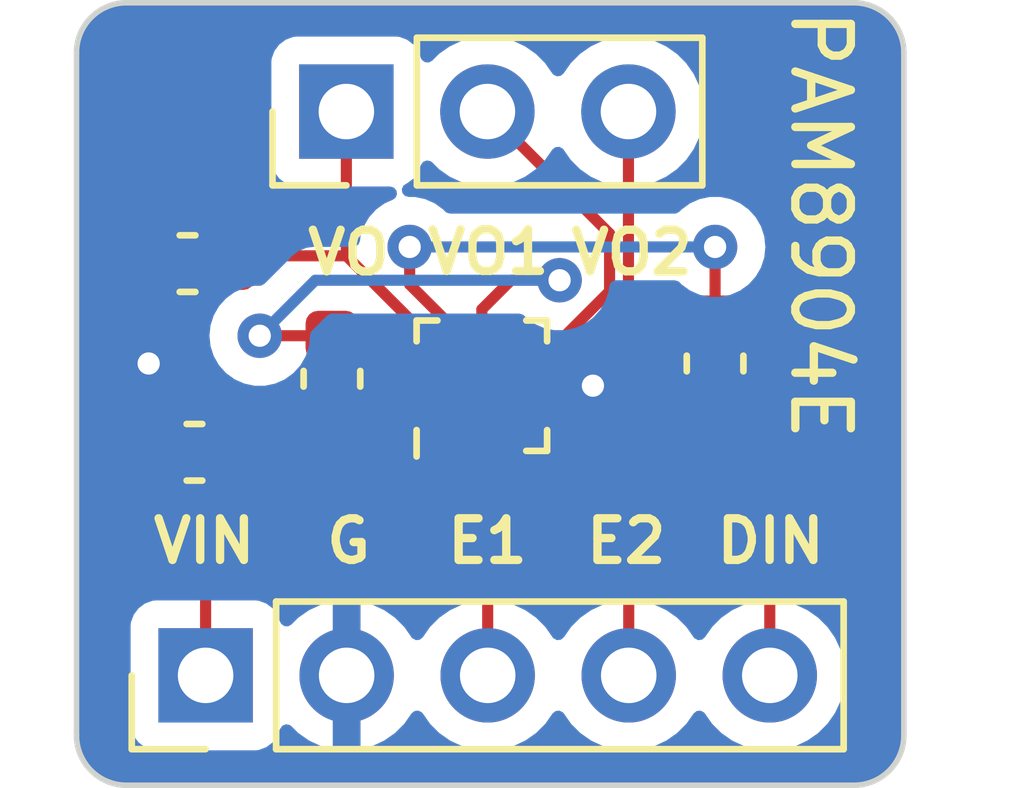
<source format=kicad_pcb>
(kicad_pcb (version 20221018) (generator pcbnew)
  (layers (0 "F.Cu" signal) (31 "B.Cu" signal) (34 "B.Paste" user) (35 "F.Paste" user) (36 "B.SilkS" user "B.Silkscreen") (37 "F.SilkS" user "F.Silkscreen") (38 "B.Mask" user) (39 "F.Mask" user) (44 "Edge.Cuts" user))
  (net 0 "")
  (net 1 "Net-(U1-CP1)")
  (net 2 "Net-(U1-CN1)")
  (net 3 "Net-(U1-CP2)")
  (net 4 "Net-(U1-CN2)")
  (net 5 "/DIN")
  (net 6 "/VO1")
  (net 7 "/VO2")
  (net 8 "/VOUT")
  (net 9 "/EN1")
  (net 10 "/EN2")
  (net 11 "GND")
  (net 12 "VCC")
  (footprint "Capacitor_SMD:C_0603_1608Metric" (layer "F.Cu") (at 147 101.8 180)
    (fp_text reference "C4" hide)
    (fp_text value "2.2uF" hide)
    (fp_line (start -0.14058 -0.51) (end 0.14058 -0.51) (stroke (width 0.12)) (layer "F.SilkS"))
    (fp_line (start -0.14058 0.51) (end 0.14058 0.51) (stroke (width 0.12)) (layer "F.SilkS"))
    (pad "1" smd roundrect (at -0.775 0 180) (size 0.9 0.95) (layers "F.Cu" "F.Paste" "F.Mask") (net 8 "/VOUT"))
    (pad "2" smd roundrect (at 0.775 0 180) (size 0.9 0.95) (layers "F.Cu" "F.Paste" "F.Mask") (net 11 "GND"))
  )
  (footprint "test_footprint_library:QFN-12_EP_2.05x2.05_Pitch0.4mm" (layer "F.Cu") (at 152.3 104 90)
    (fp_text reference "U1" hide)
    (fp_text value "PAM8904E")
    (fp_line (start -1.174999 1.174999) (end -1.174999 0.8) (stroke (width 0.12)) (layer "F.SilkS"))
    (fp_line (start -0.8 -1.174999) (end -1.274999 -1.174999) (stroke (width 0.12)) (layer "F.SilkS"))
    (fp_line (start -0.8 1.174999) (end -1.174999 1.174999) (stroke (width 0.12)) (layer "F.SilkS"))
    (fp_line (start 0.8 -1.174999) (end 1.174999 -1.174999) (stroke (width 0.12)) (layer "F.SilkS"))
    (fp_line (start 0.8 1.174999) (end 1.174999 1.174999) (stroke (width 0.12)) (layer "F.SilkS"))
    (fp_line (start 1.174999 -1.174999) (end 1.174999 -0.8) (stroke (width 0.12)) (layer "F.SilkS"))
    (fp_line (start 1.174999 1.174999) (end 1.174999 0.8) (stroke (width 0.12)) (layer "F.SilkS"))
    (pad "1" smd rect (at -0.924999 -0.4 180) (size 0.25 0.5) (layers "F.Cu" "F.Paste" "F.Mask") (net 9 "/EN1"))
    (pad "2" smd rect (at -0.924999 0 180) (size 0.25 0.5) (layers "F.Cu" "F.Paste" "F.Mask") (net 10 "/EN2"))
    (pad "3" smd rect (at -0.924999 0.4 180) (size 0.25 0.5) (layers "F.Cu" "F.Paste" "F.Mask") (net 5 "/DIN"))
    (pad "4" smd rect (at -0.4 0.924999 90) (size 0.25 0.5) (layers "F.Cu" "F.Paste" "F.Mask") (net 2 "Net-(U1-CN1)"))
    (pad "5" smd rect (at 0 0.924999 90) (size 0.25 0.5) (layers "F.Cu" "F.Paste" "F.Mask") (net 11 "GND"))
    (pad "6" smd rect (at 0.4 0.924999 90) (size 0.25 0.5) (layers "F.Cu" "F.Paste" "F.Mask") (net 7 "/VO2"))
    (pad "7" smd rect (at 0.924999 0.4 180) (size 0.25 0.5) (layers "F.Cu" "F.Paste" "F.Mask") (net 6 "/VO1"))
    (pad "8" smd rect (at 0.924999 0 180) (size 0.25 0.5) (layers "F.Cu" "F.Paste" "F.Mask") (net 4 "Net-(U1-CN2)"))
    (pad "9" smd rect (at 0.924999 -0.4 180) (size 0.25 0.5) (layers "F.Cu" "F.Paste" "F.Mask") (net 1 "Net-(U1-CP1)"))
    (pad "10" smd rect (at 0.4 -0.924999 90) (size 0.25 0.5) (layers "F.Cu" "F.Paste" "F.Mask") (net 8 "/VOUT"))
    (pad "11" smd rect (at 0 -0.924999 90) (size 0.25 0.5) (layers "F.Cu" "F.Paste" "F.Mask") (net 3 "Net-(U1-CP2)"))
    (pad "12" smd rect (at -0.4 -0.924999 90) (size 0.25 0.5) (layers "F.Cu" "F.Paste" "F.Mask") (net 12 "VCC"))
    (pad "13" smd rect (at -0.375 -0.375 90) (size 0.25 0.25) (layers "F.Cu" "F.Paste" "F.Mask"))
    (pad "13" smd rect (at -0.375 -0.125 90) (size 0.25 0.25) (layers "F.Cu" "F.Paste" "F.Mask"))
    (pad "13" smd rect (at -0.375 0.125 90) (size 0.25 0.25) (layers "F.Cu" "F.Paste" "F.Mask"))
    (pad "13" smd rect (at -0.375 0.375 90) (size 0.25 0.25) (layers "F.Cu" "F.Paste" "F.Mask"))
    (pad "13" smd rect (at -0.125 -0.375 90) (size 0.25 0.25) (layers "F.Cu" "F.Paste" "F.Mask"))
    (pad "13" smd rect (at -0.125 -0.125 90) (size 0.25 0.25) (layers "F.Cu" "F.Paste" "F.Mask"))
    (pad "13" smd rect (at -0.125 0.125 90) (size 0.25 0.25) (layers "F.Cu" "F.Paste" "F.Mask"))
    (pad "13" smd rect (at -0.125 0.375 90) (size 0.25 0.25) (layers "F.Cu" "F.Paste" "F.Mask"))
    (pad "13" smd rect (at 0.125 -0.375 90) (size 0.25 0.25) (layers "F.Cu" "F.Paste" "F.Mask"))
    (pad "13" smd rect (at 0.125 -0.125 90) (size 0.25 0.25) (layers "F.Cu" "F.Paste" "F.Mask"))
    (pad "13" smd rect (at 0.125 0.125 90) (size 0.25 0.25) (layers "F.Cu" "F.Paste" "F.Mask"))
    (pad "13" smd rect (at 0.125 0.375 90) (size 0.25 0.25) (layers "F.Cu" "F.Paste" "F.Mask"))
    (pad "13" smd rect (at 0.375 -0.375 90) (size 0.25 0.25) (layers "F.Cu" "F.Paste" "F.Mask"))
    (pad "13" smd rect (at 0.375 -0.125 90) (size 0.25 0.25) (layers "F.Cu" "F.Paste" "F.Mask"))
    (pad "13" smd rect (at 0.375 0.125 90) (size 0.25 0.25) (layers "F.Cu" "F.Paste" "F.Mask"))
    (pad "13" smd rect (at 0.375 0.375 90) (size 0.25 0.25) (layers "F.Cu" "F.Paste" "F.Mask"))
  )
  (footprint "Connector_PinHeader_2.54mm:PinHeader_1x03_P2.54mm_Vertical" (layer "F.Cu") (at 149.86 99.06 90)
    (fp_text reference "J2" hide)
    (fp_text value "Conn_01x03_Pin" hide)
    (fp_line (start -1.33 -1.33) (end 0 -1.33) (stroke (width 0.12)) (layer "F.SilkS"))
    (fp_line (start -1.33 0) (end -1.33 -1.33) (stroke (width 0.12)) (layer "F.SilkS"))
    (fp_line (start -1.33 1.27) (end -1.33 6.41) (stroke (width 0.12)) (layer "F.SilkS"))
    (fp_line (start -1.33 1.27) (end 1.33 1.27) (stroke (width 0.12)) (layer "F.SilkS"))
    (fp_line (start -1.33 6.41) (end 1.33 6.41) (stroke (width 0.12)) (layer "F.SilkS"))
    (fp_line (start 1.33 1.27) (end 1.33 6.41) (stroke (width 0.12)) (layer "F.SilkS"))
    (pad "1" thru_hole rect (at 0 0 90) (size 1.7 1.7) (drill 1) (layers "*.Cu" "*.Mask") (net 8 "/VOUT"))
    (pad "2" thru_hole oval (at 0 2.54 90) (size 1.7 1.7) (drill 1) (layers "*.Cu" "*.Mask") (net 6 "/VO1"))
    (pad "3" thru_hole oval (at 0 5.08 90) (size 1.7 1.7) (drill 1) (layers "*.Cu" "*.Mask") (net 7 "/VO2"))
  )
  (footprint "Capacitor_SMD:C_0603_1608Metric" (layer "F.Cu") (at 147.125 105.2 180)
    (fp_text reference "C3" hide)
    (fp_text value "2.2uF" hide)
    (fp_line (start -0.14058 -0.51) (end 0.14058 -0.51) (stroke (width 0.12)) (layer "F.SilkS"))
    (fp_line (start -0.14058 0.51) (end 0.14058 0.51) (stroke (width 0.12)) (layer "F.SilkS"))
    (pad "1" smd roundrect (at -0.775 0 180) (size 0.9 0.95) (layers "F.Cu" "F.Paste" "F.Mask") (net 12 "VCC"))
    (pad "2" smd roundrect (at 0.775 0 180) (size 0.9 0.95) (layers "F.Cu" "F.Paste" "F.Mask") (net 11 "GND"))
  )
  (footprint "Fiducial:Fiducial_0.5mm_Mask1mm" (layer "F.Cu") (at 146.7 99)
    (fp_text reference "FID1" hide)
    (fp_text value "Fiducial")
    (pad "" smd circle (at 0 0) (size 0.5 0.5) (layers "F.Cu" "F.Mask") (clearance 0.25))
  )
  (footprint "Connector_PinHeader_2.54mm:PinHeader_1x05_P2.54mm_Vertical" (layer "F.Cu") (at 147.325 109.22 90)
    (fp_text reference "J1" hide)
    (fp_text value "Conn_01x05_Pin" hide)
    (fp_line (start -1.33 -1.33) (end 0 -1.33) (stroke (width 0.12)) (layer "F.SilkS"))
    (fp_line (start -1.33 0) (end -1.33 -1.33) (stroke (width 0.12)) (layer "F.SilkS"))
    (fp_line (start -1.33 1.27) (end -1.33 11.49) (stroke (width 0.12)) (layer "F.SilkS"))
    (fp_line (start -1.33 1.27) (end 1.33 1.27) (stroke (width 0.12)) (layer "F.SilkS"))
    (fp_line (start -1.33 11.49) (end 1.33 11.49) (stroke (width 0.12)) (layer "F.SilkS"))
    (fp_line (start 1.33 1.27) (end 1.33 11.49) (stroke (width 0.12)) (layer "F.SilkS"))
    (pad "1" thru_hole rect (at 0 0 90) (size 1.7 1.7) (drill 1) (layers "*.Cu" "*.Mask") (net 12 "VCC"))
    (pad "2" thru_hole oval (at 0 2.54 90) (size 1.7 1.7) (drill 1) (layers "*.Cu" "*.Mask") (net 11 "GND"))
    (pad "3" thru_hole oval (at 0 5.08 90) (size 1.7 1.7) (drill 1) (layers "*.Cu" "*.Mask") (net 9 "/EN1"))
    (pad "4" thru_hole oval (at 0 7.62 90) (size 1.7 1.7) (drill 1) (layers "*.Cu" "*.Mask") (net 10 "/EN2"))
    (pad "5" thru_hole oval (at 0 10.16 90) (size 1.7 1.7) (drill 1) (layers "*.Cu" "*.Mask") (net 5 "/DIN"))
  )
  (footprint "Fiducial:Fiducial_0.5mm_Mask1mm" (layer "F.Cu") (at 159 105.7)
    (fp_text reference "FID2" hide)
    (fp_text value "Fiducial")
    (pad "" smd circle (at 0 0) (size 0.5 0.5) (layers "F.Cu" "F.Mask") (clearance 0.25))
  )
  (footprint "Capacitor_SMD:C_0603_1608Metric" (layer "F.Cu") (at 149.6 103.875 90)
    (fp_text reference "C2" hide)
    (fp_text value "1uF" hide)
    (fp_line (start -0.14058 -0.51) (end 0.14058 -0.51) (stroke (width 0.12)) (layer "F.SilkS"))
    (fp_line (start -0.14058 0.51) (end 0.14058 0.51) (stroke (width 0.12)) (layer "F.SilkS"))
    (pad "1" smd roundrect (at -0.775 0 90) (size 0.9 0.95) (layers "F.Cu" "F.Paste" "F.Mask") (net 3 "Net-(U1-CP2)"))
    (pad "2" smd roundrect (at 0.775 0 90) (size 0.9 0.95) (layers "F.Cu" "F.Paste" "F.Mask") (net 4 "Net-(U1-CN2)"))
  )
  (footprint "Capacitor_SMD:C_0603_1608Metric" (layer "F.Cu") (at 156.5 103.6 -90)
    (fp_text reference "C1" hide)
    (fp_text value "1uF" hide)
    (fp_line (start -0.14058 -0.51) (end 0.14058 -0.51) (stroke (width 0.12)) (layer "F.SilkS"))
    (fp_line (start -0.14058 0.51) (end 0.14058 0.51) (stroke (width 0.12)) (layer "F.SilkS"))
    (pad "1" smd roundrect (at -0.775 0 270) (size 0.9 0.95) (layers "F.Cu" "F.Paste" "F.Mask") (net 1 "Net-(U1-CP1)"))
    (pad "2" smd roundrect (at 0.775 0 270) (size 0.9 0.95) (layers "F.Cu" "F.Paste" "F.Mask") (net 2 "Net-(U1-CN1)"))
  )
  (gr_line (start 145 98) (end 145 110.3) (stroke (width 0.1)) (layer "Edge.Cuts"))
  (gr_arc (start 145.9 111.2) (mid 145.263604 110.936396) (end 145 110.3) (stroke (width 0.1)) (layer "Edge.Cuts"))
  (gr_line (start 159 97.1) (end 145.9 97.1) (stroke (width 0.1)) (layer "Edge.Cuts"))
  (gr_arc (start 145 98) (mid 145.263604 97.363604) (end 145.9 97.1) (stroke (width 0.1)) (layer "Edge.Cuts"))
  (gr_line (start 145.9 111.2) (end 159 111.2) (stroke (width 0.1)) (layer "Edge.Cuts"))
  (gr_arc (start 159 97.1) (mid 159.636396 97.363604) (end 159.9 98) (stroke (width 0.1)) (layer "Edge.Cuts"))
  (gr_arc (start 159.9 110.3) (mid 159.636396 110.936396) (end 159 111.2) (stroke (width 0.1)) (layer "Edge.Cuts"))
  (gr_line (start 159.9 110.3) (end 159.9 98) (stroke (width 0.1)) (layer "Edge.Cuts"))
  (gr_text "PAM8904E" (at 158.4 101.1 -90) (layer "F.SilkS") (effects (font (size 1 1))))
  (gr_text "G" (at 149.9 106.8) (layer "F.SilkS") (effects (font (size 0.75 0.75))))
  (gr_text "VIN" (at 147.3 106.8) (layer "F.SilkS") (effects (font (size 0.75 0.75))))
  (gr_text "VO2" (at 155 101.6) (layer "F.SilkS") (effects (font (size 0.75 0.75))))
  (gr_text "E1" (at 152.4 106.8) (layer "F.SilkS") (effects (font (size 0.75 0.75))))
  (gr_text "DIN" (at 157.5 106.8) (layer "F.SilkS") (effects (font (size 0.75 0.75))))
  (gr_text "VO1" (at 152.416642 101.592574) (layer "F.SilkS") (effects (font (size 0.75 0.75))))
  (gr_text "VO" (at 149.9 101.6) (layer "F.SilkS") (effects (font (size 0.75 0.75))))
  (gr_text "E2" (at 154.9 106.8) (layer "F.SilkS") (effects (font (size 0.75 0.75))))
  (segment (start 156.5 102.825) (end 156.5 101.5) (width 0.2) (layer "F.Cu") (net 1))
  (segment (start 151 101.5) (end 151 102.175001) (width 0.2) (layer "F.Cu") (net 1))
  (segment (start 151 102.175001) (end 151.9 103.075001) (width 0.2) (layer "F.Cu") (net 1))
  (via (at 151 101.5) (size 0.8) (drill 0.4) (layers "F.Cu" "B.Cu") (net 1))
  (via (at 156.5 101.5) (size 0.8) (drill 0.4) (layers "F.Cu" "B.Cu") (net 1))
  (segment (start 156.5 101.5) (end 151 101.5) (width 0.2) (layer "B.Cu") (net 1))
  (segment (start 156.5 104.375) (end 156.275 104.6) (width 0.2) (layer "F.Cu") (net 2))
  (segment (start 153.424999 104.6) (end 153.224999 104.4) (width 0.2) (layer "F.Cu") (net 2))
  (segment (start 156.275 104.6) (end 153.424999 104.6) (width 0.2) (layer "F.Cu") (net 2))
  (segment (start 149.6 104.65) (end 150.25 104) (width 0.2) (layer "F.Cu") (net 3))
  (segment (start 150.25 104) (end 151.375001 104) (width 0.2) (layer "F.Cu") (net 3))
  (segment (start 153.7 102.1) (end 152.825001 102.1) (width 0.2) (layer "F.Cu") (net 4))
  (segment (start 149.6 103.1) (end 148.3 103.1) (width 0.2) (layer "F.Cu") (net 4))
  (segment (start 152.825001 102.1) (end 152.3 102.625001) (width 0.2) (layer "F.Cu") (net 4))
  (segment (start 152.3 102.625001) (end 152.3 103.075001) (width 0.2) (layer "F.Cu") (net 4))
  (via (at 148.3 103.1) (size 0.8) (drill 0.4) (layers "F.Cu" "B.Cu") (net 4))
  (via (at 153.7 102.1) (size 0.8) (drill 0.4) (layers "F.Cu" "B.Cu") (net 4))
  (segment (start 148.3 103.1) (end 149.3 102.1) (width 0.2) (layer "B.Cu") (net 4))
  (segment (start 149.3 102.1) (end 153.7 102.1) (width 0.2) (layer "B.Cu") (net 4))
  (segment (start 153.1 105.8) (end 152.7 105.4) (width 0.2) (layer "F.Cu") (net 5))
  (segment (start 157.485 109.22) (end 157.485 107.115) (width 0.2) (layer "F.Cu") (net 5))
  (segment (start 157.5 106.3) (end 157 105.8) (width 0.2) (layer "F.Cu") (net 5))
  (segment (start 152.7 105.4) (end 152.7 104.924999) (width 0.2) (layer "F.Cu") (net 5))
  (segment (start 157.485 107.115) (end 157.5 107.1) (width 0.2) (layer "F.Cu") (net 5))
  (segment (start 157.5 107.1) (end 157.5 106.3) (width 0.2) (layer "F.Cu") (net 5))
  (segment (start 157 105.8) (end 153.1 105.8) (width 0.2) (layer "F.Cu") (net 5))
  (segment (start 152.4 99.06) (end 154.6 101.26) (width 0.2) (layer "F.Cu") (net 6))
  (segment (start 153.8 103.1) (end 152.724999 103.1) (width 0.2) (layer "F.Cu") (net 6))
  (segment (start 154.6 102.3) (end 153.8 103.1) (width 0.2) (layer "F.Cu") (net 6))
  (segment (start 152.724999 103.1) (end 152.7 103.075001) (width 0.2) (layer "F.Cu") (net 6))
  (segment (start 154.6 101.26) (end 154.6 102.3) (width 0.2) (layer "F.Cu") (net 6))
  (segment (start 153.224999 103.6) (end 153.9 103.6) (width 0.2) (layer "F.Cu") (net 7))
  (segment (start 153.9 103.6) (end 154.94 102.56) (width 0.2) (layer "F.Cu") (net 7))
  (segment (start 154.94 102.56) (end 154.94 99.06) (width 0.2) (layer "F.Cu") (net 7))
  (segment (start 151.375001 103.6) (end 151.375001 103.175001) (width 0.2) (layer "F.Cu") (net 8))
  (segment (start 149.86 101.66) (end 149.86 99.06) (width 0.2) (layer "F.Cu") (net 8))
  (segment (start 147.915 101.66) (end 147.775 101.8) (width 0.2) (layer "F.Cu") (net 8))
  (segment (start 151.375001 103.175001) (end 149.86 101.66) (width 0.2) (layer "F.Cu") (net 8))
  (segment (start 149.86 101.66) (end 147.915 101.66) (width 0.2) (layer "F.Cu") (net 8))
  (segment (start 152.405 107.005) (end 152.405 109.22) (width 0.2) (layer "F.Cu") (net 9))
  (segment (start 151.9 104.924999) (end 151.9 106.5) (width 0.2) (layer "F.Cu") (net 9))
  (segment (start 151.9 106.5) (end 152.405 107.005) (width 0.2) (layer "F.Cu") (net 9))
  (segment (start 153.5 107) (end 152.3 105.8) (width 0.2) (layer "F.Cu") (net 10))
  (segment (start 154.945 107.645) (end 154.3 107) (width 0.2) (layer "F.Cu") (net 10))
  (segment (start 154.3 107) (end 153.5 107) (width 0.2) (layer "F.Cu") (net 10))
  (segment (start 154.945 109.22) (end 154.945 107.645) (width 0.2) (layer "F.Cu") (net 10))
  (segment (start 152.3 105.8) (end 152.3 104.924999) (width 0.2) (layer "F.Cu") (net 10))
  (segment (start 153.224999 104) (end 154.3 104) (width 0.2) (layer "F.Cu") (net 11))
  (segment (start 146.35 103.65) (end 146.3 103.6) (width 0.2) (layer "F.Cu") (net 11))
  (segment (start 146.225 101.8) (end 146.225 103.525) (width 0.2) (layer "F.Cu") (net 11))
  (segment (start 146.225 103.525) (end 146.3 103.6) (width 0.2) (layer "F.Cu") (net 11))
  (segment (start 146.35 105.2) (end 146.35 103.65) (width 0.2) (layer "F.Cu") (net 11))
  (via (at 146.3 103.6) (size 0.8) (drill 0.4) (layers "F.Cu" "B.Cu") (net 11))
  (via (at 154.3 104) (size 0.8) (drill 0.4) (layers "F.Cu" "B.Cu") (net 11))
  (segment (start 151.375001 105.024999) (end 151.375001 104.4) (width 0.2) (layer "F.Cu") (net 12))
  (segment (start 147.9 105.2) (end 147.9 106.5) (width 0.2) (layer "F.Cu") (net 12))
  (segment (start 147.9 106.5) (end 149.9 106.5) (width 0.2) (layer "F.Cu") (net 12))
  (segment (start 147.325 107.075) (end 147.9 106.5) (width 0.2) (layer "F.Cu") (net 12))
  (segment (start 147.325 109.22) (end 147.325 107.075) (width 0.2) (layer "F.Cu") (net 12))
  (segment (start 149.9 106.5) (end 151.375001 105.024999) (width 0.2) (layer "F.Cu") (net 12))
  (zone (net 11) (net_name "GND") (layer "B.Cu") (connect_pads (clearance 0.5)) (min_thickness 0.25) (fill yes (thermal_gap 0.5) (thermal_bridge_width 0.5))
    (polygon (pts (xy 145 97.1) (xy 159.9 97.1) (xy 159.9 111.2) (xy 145 111.2)))
  )
)
</source>
